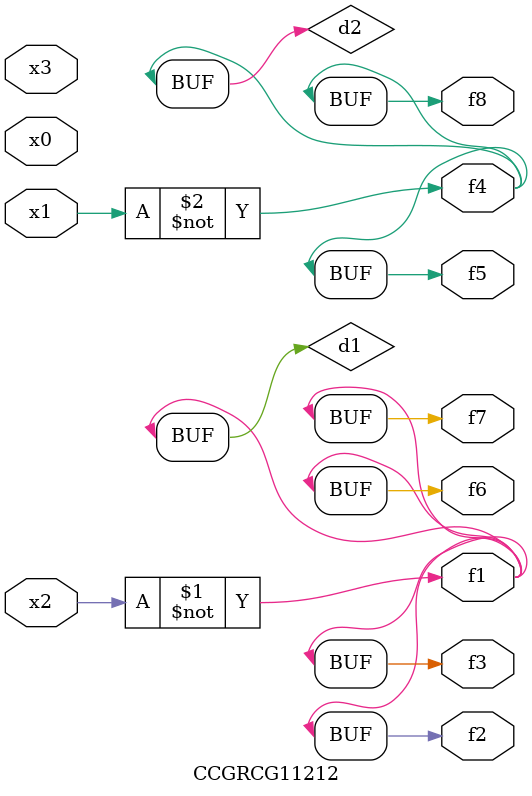
<source format=v>
module CCGRCG11212(
	input x0, x1, x2, x3,
	output f1, f2, f3, f4, f5, f6, f7, f8
);

	wire d1, d2;

	xnor (d1, x2);
	not (d2, x1);
	assign f1 = d1;
	assign f2 = d1;
	assign f3 = d1;
	assign f4 = d2;
	assign f5 = d2;
	assign f6 = d1;
	assign f7 = d1;
	assign f8 = d2;
endmodule

</source>
